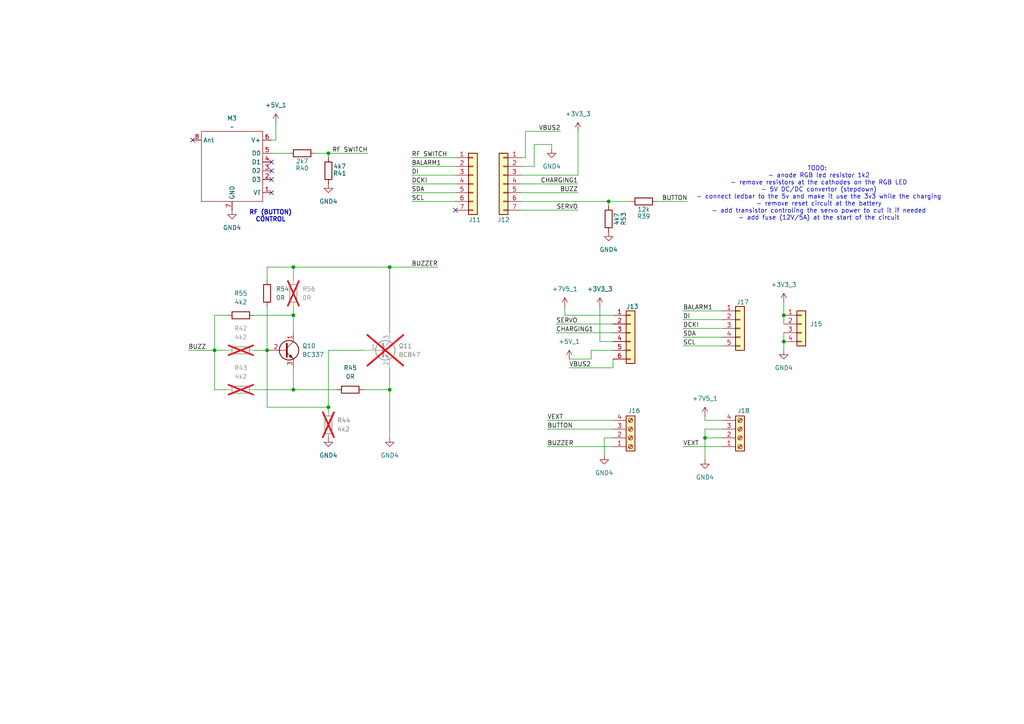
<source format=kicad_sch>
(kicad_sch (version 20241209) (generator "eeschema") (generator_version "9.0")
  (paper "A4")
  (lib_symbols
    (symbol "Connector:Screw_Terminal_01x04" (pin_names (offset 1.016) (hide yes))
      (property "Reference" "J" (at 0 5.08 0))
      (property "Value" "Screw_Terminal_01x04" (at 0 -7.62 0))
      (symbol "Screw_Terminal_01x04_1_1"
        (rectangle (start -1.27 3.81) (end 1.27 -6.35) (stroke (width 0.254)) (fill (type background)))
        (polyline (pts (xy -0.5334 2.8702) (xy 0.3302 2.032)) (stroke (width 0.1524)))
        (polyline (pts (xy -0.5334 0.3302) (xy 0.3302 -0.508)) (stroke (width 0.1524)))
        (polyline (pts (xy -0.5334 -2.2098) (xy 0.3302 -3.048)) (stroke (width 0.1524)))
        (polyline (pts (xy -0.5334 -4.7498) (xy 0.3302 -5.588)) (stroke (width 0.1524)))
        (polyline (pts (xy -0.3556 3.048) (xy 0.508 2.2098)) (stroke (width 0.1524)))
        (polyline (pts (xy -0.3556 0.508) (xy 0.508 -0.3302)) (stroke (width 0.1524)))
        (polyline (pts (xy -0.3556 -2.032) (xy 0.508 -2.8702)) (stroke (width 0.1524)))
        (polyline (pts (xy -0.3556 -4.572) (xy 0.508 -5.4102)) (stroke (width 0.1524)))
        (circle (center 0 2.54) (radius 0.635) (stroke (width 0.1524)))
        (circle (center 0 0) (radius 0.635) (stroke (width 0.1524)))
        (circle (center 0 -2.54) (radius 0.635) (stroke (width 0.1524)))
        (circle (center 0 -5.08) (radius 0.635) (stroke (width 0.1524)))
        (pin passive line (at -5.08 2.54 0) (length 3.81) (name "Pin_1") (number "1"))
        (pin passive line (at -5.08 0 0) (length 3.81) (name "Pin_2") (number "2"))
        (pin passive line (at -5.08 -2.54 0) (length 3.81) (name "Pin_3") (number "3"))
        (pin passive line (at -5.08 -5.08 0) (length 3.81) (name "Pin_4") (number "4"))
      )
    )
    (symbol "Connector_Generic:Conn_01x04" (pin_names (offset 1.016) (hide yes))
      (property "Reference" "J" (at 0 5.08 0))
      (property "Value" "Conn_01x04" (at 0 -7.62 0))
      (symbol "Conn_01x04_1_1"
        (rectangle (start -1.27 3.81) (end 1.27 -6.35) (stroke (width 0.254)) (fill (type background)))
        (rectangle (start -1.27 2.667) (end 0 2.413) (stroke (width 0.1524)))
        (rectangle (start -1.27 0.127) (end 0 -0.127) (stroke (width 0.1524)))
        (rectangle (start -1.27 -2.413) (end 0 -2.667) (stroke (width 0.1524)))
        (rectangle (start -1.27 -4.953) (end 0 -5.207) (stroke (width 0.1524)))
        (pin passive line (at -5.08 2.54 0) (length 3.81) (name "Pin_1") (number "1"))
        (pin passive line (at -5.08 0 0) (length 3.81) (name "Pin_2") (number "2"))
        (pin passive line (at -5.08 -2.54 0) (length 3.81) (name "Pin_3") (number "3"))
        (pin passive line (at -5.08 -5.08 0) (length 3.81) (name "Pin_4") (number "4"))
      )
    )
    (symbol "Connector_Generic:Conn_01x05" (pin_names (offset 1.016) (hide yes))
      (property "Reference" "J" (at 0 7.62 0))
      (property "Value" "Conn_01x05" (at 0 -7.62 0))
      (symbol "Conn_01x05_1_1"
        (rectangle (start -1.27 6.35) (end 1.27 -6.35) (stroke (width 0.254)) (fill (type background)))
        (rectangle (start -1.27 5.207) (end 0 4.953) (stroke (width 0.1524)))
        (rectangle (start -1.27 2.667) (end 0 2.413) (stroke (width 0.1524)))
        (rectangle (start -1.27 0.127) (end 0 -0.127) (stroke (width 0.1524)))
        (rectangle (start -1.27 -2.413) (end 0 -2.667) (stroke (width 0.1524)))
        (rectangle (start -1.27 -4.953) (end 0 -5.207) (stroke (width 0.1524)))
        (pin passive line (at -5.08 5.08 0) (length 3.81) (name "Pin_1") (number "1"))
        (pin passive line (at -5.08 2.54 0) (length 3.81) (name "Pin_2") (number "2"))
        (pin passive line (at -5.08 0 0) (length 3.81) (name "Pin_3") (number "3"))
        (pin passive line (at -5.08 -2.54 0) (length 3.81) (name "Pin_4") (number "4"))
        (pin passive line (at -5.08 -5.08 0) (length 3.81) (name "Pin_5") (number "5"))
      )
    )
    (symbol "Connector_Generic:Conn_01x06" (pin_names (offset 1.016) (hide yes))
      (property "Reference" "J" (at 0 7.62 0))
      (property "Value" "Conn_01x06" (at 0 -10.16 0))
      (symbol "Conn_01x06_1_1"
        (rectangle (start -1.27 6.35) (end 1.27 -8.89) (stroke (width 0.254)) (fill (type background)))
        (rectangle (start -1.27 5.207) (end 0 4.953) (stroke (width 0.1524)))
        (rectangle (start -1.27 2.667) (end 0 2.413) (stroke (width 0.1524)))
        (rectangle (start -1.27 0.127) (end 0 -0.127) (stroke (width 0.1524)))
        (rectangle (start -1.27 -2.413) (end 0 -2.667) (stroke (width 0.1524)))
        (rectangle (start -1.27 -4.953) (end 0 -5.207) (stroke (width 0.1524)))
        (rectangle (start -1.27 -7.493) (end 0 -7.747) (stroke (width 0.1524)))
        (pin passive line (at -5.08 5.08 0) (length 3.81) (name "Pin_1") (number "1"))
        (pin passive line (at -5.08 2.54 0) (length 3.81) (name "Pin_2") (number "2"))
        (pin passive line (at -5.08 0 0) (length 3.81) (name "Pin_3") (number "3"))
        (pin passive line (at -5.08 -2.54 0) (length 3.81) (name "Pin_4") (number "4"))
        (pin passive line (at -5.08 -5.08 0) (length 3.81) (name "Pin_5") (number "5"))
        (pin passive line (at -5.08 -7.62 0) (length 3.81) (name "Pin_6") (number "6"))
      )
    )
    (symbol "Connector_Generic:Conn_01x07" (pin_names (offset 1.016) (hide yes))
      (property "Reference" "J" (at 0 10.16 0))
      (property "Value" "Conn_01x07" (at 0 -10.16 0))
      (symbol "Conn_01x07_1_1"
        (rectangle (start -1.27 8.89) (end 1.27 -8.89) (stroke (width 0.254)) (fill (type background)))
        (rectangle (start -1.27 7.747) (end 0 7.493) (stroke (width 0.1524)))
        (rectangle (start -1.27 5.207) (end 0 4.953) (stroke (width 0.1524)))
        (rectangle (start -1.27 2.667) (end 0 2.413) (stroke (width 0.1524)))
        (rectangle (start -1.27 0.127) (end 0 -0.127) (stroke (width 0.1524)))
        (rectangle (start -1.27 -2.413) (end 0 -2.667) (stroke (width 0.1524)))
        (rectangle (start -1.27 -4.953) (end 0 -5.207) (stroke (width 0.1524)))
        (rectangle (start -1.27 -7.493) (end 0 -7.747) (stroke (width 0.1524)))
        (pin passive line (at -5.08 7.62 0) (length 3.81) (name "Pin_1") (number "1"))
        (pin passive line (at -5.08 5.08 0) (length 3.81) (name "Pin_2") (number "2"))
        (pin passive line (at -5.08 2.54 0) (length 3.81) (name "Pin_3") (number "3"))
        (pin passive line (at -5.08 0 0) (length 3.81) (name "Pin_4") (number "4"))
        (pin passive line (at -5.08 -2.54 0) (length 3.81) (name "Pin_5") (number "5"))
        (pin passive line (at -5.08 -5.08 0) (length 3.81) (name "Pin_6") (number "6"))
        (pin passive line (at -5.08 -7.62 0) (length 3.81) (name "Pin_7") (number "7"))
      )
    )
    (symbol "Device:R" (pin_numbers (hide yes)) (pin_names (offset 0))
      (property "Reference" "R" (at 2.032 0 90))
      (property "Value" "R" (at 0 0 90))
      (symbol "R_0_1"
        (rectangle (start -1.016 -2.54) (end 1.016 2.54) (stroke (width 0.254)))
      )
      (symbol "R_1_1"
        (pin passive line (at 0 3.81 270) (length 1.27) (name "~") (number "1"))
        (pin passive line (at 0 -3.81 90) (length 1.27) (name "~") (number "2"))
      )
    )
    (symbol "RF_controller_1"
      (property "Reference" "M" (at 0 0 0))
      (symbol "RF_controller_1_0_1"
        (rectangle (start -8.89 10.16) (end 8.89 -10.16))
      )
      (symbol "RF_controller_1_1_1"
        (pin input line (at -11.43 7.62 0) (length 2.54) (name "Ant") (number "8"))
        (pin passive line (at 0 -12.7 90) (length 2.54) (name "GND") (number "7"))
        (pin passive line (at 11.43 7.62 180) (length 2.54) (name "V+") (number "6"))
        (pin passive line (at 11.43 3.81 180) (length 2.54) (name "D0") (number "5"))
        (pin passive line (at 11.43 1.27 180) (length 2.54) (name "D1") (number "4"))
        (pin passive line (at 11.43 -1.27 180) (length 2.54) (name "D2") (number "3"))
        (pin passive line (at 11.43 -3.81 180) (length 2.54) (name "D3") (number "2"))
        (pin passive line (at 11.43 -7.62 180) (length 2.54) (name "VT") (number "1"))
      )
    )
    (symbol "Transistor_BJT:BC337" (pin_names (offset 0) (hide yes))
      (property "Reference" "Q" (at 5.08 1.905 0))
      (property "Value" "BC337" (at 5.08 0 0))
      (symbol "BC337_0_1"
        (polyline (pts (xy 0 0) (xy 0.635 0)))
        (polyline (pts (xy 0.635 1.905) (xy 0.635 -1.905) (xy 0.635 -1.905)) (stroke (width 0.508)))
        (polyline (pts (xy 0.635 0.635) (xy 2.54 2.54)))
        (polyline (pts (xy 0.635 -0.635) (xy 2.54 -2.54) (xy 2.54 -2.54)))
        (circle (center 1.27 0) (radius 2.8194) (stroke (width 0.254)))
        (polyline (pts (xy 1.27 -1.778) (xy 1.778 -1.27) (xy 2.286 -2.286) (xy 1.27 -1.778) (xy 1.27 -1.778)) (fill (type outline)))
      )
      (symbol "BC337_1_1"
        (pin input line (at -5.08 0 0) (length 5.08) (name "B") (number "2"))
        (pin passive line (at 2.54 5.08 270) (length 2.54) (name "C") (number "1"))
        (pin passive line (at 2.54 -5.08 90) (length 2.54) (name "E") (number "3"))
      )
    )
    (symbol "Transistor_BJT:BC847" (pin_names (offset 0) (hide yes))
      (property "Reference" "Q" (at 5.08 1.905 0))
      (property "Value" "BC847" (at 5.08 0 0))
      (symbol "BC847_0_1"
        (polyline (pts (xy 0.635 1.905) (xy 0.635 -1.905) (xy 0.635 -1.905)) (stroke (width 0.508)))
        (polyline (pts (xy 0.635 0.635) (xy 2.54 2.54)))
        (polyline (pts (xy 0.635 -0.635) (xy 2.54 -2.54) (xy 2.54 -2.54)))
        (circle (center 1.27 0) (radius 2.8194) (stroke (width 0.254)))
        (polyline (pts (xy 1.27 -1.778) (xy 1.778 -1.27) (xy 2.286 -2.286) (xy 1.27 -1.778) (xy 1.27 -1.778)) (fill (type outline)))
      )
      (symbol "BC847_1_1"
        (pin input line (at -5.08 0 0) (length 5.715) (name "B") (number "1"))
        (pin passive line (at 2.54 5.08 270) (length 2.54) (name "C") (number "3"))
        (pin passive line (at 2.54 -5.08 90) (length 2.54) (name "E") (number "2"))
      )
    )
    (symbol "power:+3V3" (power) (pin_numbers (hide yes)) (pin_names (offset 0) (hide yes))
      (property "Value" "+3V3" (at 0 3.556 0))
      (symbol "+3V3_0_1"
        (polyline (pts (xy -0.762 1.27) (xy 0 2.54)))
        (polyline (pts (xy 0 2.54) (xy 0.762 1.27)))
        (polyline (pts (xy 0 0) (xy 0 2.54)))
      )
      (symbol "+3V3_1_1"
        (pin power_in line (at 0 0 90) (length 0) (name "~") (number "1"))
      )
    )
    (symbol "power:+5V" (power) (pin_numbers (hide yes)) (pin_names (offset 0) (hide yes))
      (property "Value" "+5V" (at 0 3.556 0))
      (symbol "+5V_0_1"
        (polyline (pts (xy -0.762 1.27) (xy 0 2.54)))
        (polyline (pts (xy 0 2.54) (xy 0.762 1.27)))
        (polyline (pts (xy 0 0) (xy 0 2.54)))
      )
      (symbol "+5V_1_1"
        (pin power_in line (at 0 0 90) (length 0) (name "~") (number "1"))
      )
    )
    (symbol "power:GND" (power) (pin_numbers (hide yes)) (pin_names (offset 0) (hide yes))
      (property "Value" "GND" (at 0 -3.81 0))
      (symbol "GND_0_1"
        (polyline (pts (xy 0 0) (xy 0 -1.27) (xy 1.27 -1.27) (xy 0 -2.54) (xy -1.27 -1.27) (xy 0 -1.27)))
      )
      (symbol "GND_1_1"
        (pin power_in line (at 0 0 270) (length 0) (name "~") (number "1"))
      )
    )
  )
  (text "RF (BUTTON)\nCONTROL\n" (at 78.486 62.738 0) (effects (font (size 1.27 1.27) (thickness 0.254) (bold yes))))
  (text "TODO: \n- anode RGB led resistor 1k2\n- remove resistors at the cathodes on the RGB LED\n- 5V DC/DC convertor (stepdown)\n- connect ledbar to the 5v and make it use the 3v3 while the charging\n- remove reset circuit at the battery\n- add transistor controling the servo power to cut it if needed\n- add fuse (12V/5A) at the start of the circuit" (at 237.49 56.134 0) (effects (font (size 1.27 1.27))))
  (junction (at 85.09 91.44))
  (junction (at 95.25 44.45))
  (junction (at 77.47 101.6))
  (junction (at 62.23 101.6))
  (junction (at 227.33 99.06))
  (junction (at 85.09 77.47))
  (junction (at 113.03 113.03))
  (junction (at 227.33 91.44))
  (junction (at 204.47 127))
  (junction (at 85.09 113.03))
  (junction (at 113.03 77.47))
  (junction (at 176.53 58.42))
  (junction (at 95.25 118.11))
  (no_connect (at 78.74 49.53))
  (no_connect (at 132.08 60.96))
  (no_connect (at 78.74 52.07))
  (no_connect (at 55.88 40.64))
  (no_connect (at 78.74 55.88))
  (no_connect (at 78.74 46.99))
  (wire (pts (xy 198.12 95.25) (xy 209.55 95.25)))
  (wire (pts (xy 171.45 104.14) (xy 171.45 101.6)))
  (wire (pts (xy 113.03 106.68) (xy 113.03 113.03)))
  (wire (pts (xy 158.75 124.46) (xy 177.8 124.46)))
  (wire (pts (xy 62.23 113.03) (xy 62.23 101.6)))
  (wire (pts (xy 176.53 58.42) (xy 176.53 59.69)))
  (wire (pts (xy 113.03 77.47) (xy 113.03 96.52)))
  (wire (pts (xy 113.03 77.47) (xy 127 77.47)))
  (wire (pts (xy 167.64 50.8) (xy 151.13 50.8)))
  (wire (pts (xy 95.25 101.6) (xy 95.25 118.11)))
  (wire (pts (xy 85.09 106.68) (xy 85.09 113.03)))
  (wire (pts (xy 151.13 55.88) (xy 167.64 55.88)))
  (wire (pts (xy 85.09 77.47) (xy 85.09 81.28)))
  (wire (pts (xy 80.01 35.56) (xy 80.01 40.64)))
  (wire (pts (xy 198.12 100.33) (xy 209.55 100.33)))
  (wire (pts (xy 161.29 96.52) (xy 177.8 96.52)))
  (wire (pts (xy 95.25 44.45) (xy 106.68 44.45)))
  (wire (pts (xy 119.38 53.34) (xy 132.08 53.34)))
  (wire (pts (xy 160.02 41.91) (xy 160.02 43.18)))
  (wire (pts (xy 173.99 88.9) (xy 173.99 99.06)))
  (wire (pts (xy 204.47 124.46) (xy 204.47 127)))
  (wire (pts (xy 204.47 127) (xy 209.55 127)))
  (wire (pts (xy 177.8 106.68) (xy 177.8 104.14)))
  (wire (pts (xy 77.47 118.11) (xy 77.47 101.6)))
  (wire (pts (xy 73.66 101.6) (xy 77.47 101.6)))
  (wire (pts (xy 119.38 58.42) (xy 132.08 58.42)))
  (wire (pts (xy 151.13 58.42) (xy 176.53 58.42)))
  (wire (pts (xy 54.61 101.6) (xy 62.23 101.6)))
  (wire (pts (xy 85.09 91.44) (xy 85.09 96.52)))
  (wire (pts (xy 163.83 91.44) (xy 177.8 91.44)))
  (wire (pts (xy 83.82 44.45) (xy 78.74 44.45)))
  (wire (pts (xy 165.1 106.68) (xy 177.8 106.68)))
  (wire (pts (xy 77.47 81.28) (xy 77.47 77.47)))
  (wire (pts (xy 152.4 45.72) (xy 151.13 45.72)))
  (wire (pts (xy 176.53 58.42) (xy 182.88 58.42)))
  (wire (pts (xy 73.66 113.03) (xy 85.09 113.03)))
  (wire (pts (xy 119.38 50.8) (xy 132.08 50.8)))
  (wire (pts (xy 198.12 97.79) (xy 209.55 97.79)))
  (wire (pts (xy 154.94 48.26) (xy 154.94 41.91)))
  (wire (pts (xy 119.38 55.88) (xy 132.08 55.88)))
  (wire (pts (xy 66.04 113.03) (xy 62.23 113.03)))
  (wire (pts (xy 173.99 99.06) (xy 177.8 99.06)))
  (wire (pts (xy 204.47 127) (xy 204.47 133.35)))
  (wire (pts (xy 151.13 60.96) (xy 167.64 60.96)))
  (wire (pts (xy 62.23 91.44) (xy 62.23 101.6)))
  (wire (pts (xy 80.01 40.64) (xy 78.74 40.64)))
  (wire (pts (xy 85.09 88.9) (xy 85.09 91.44)))
  (wire (pts (xy 151.13 48.26) (xy 154.94 48.26)))
  (wire (pts (xy 163.83 88.9) (xy 163.83 91.44)))
  (wire (pts (xy 85.09 113.03) (xy 97.79 113.03)))
  (wire (pts (xy 113.03 113.03) (xy 113.03 127)))
  (wire (pts (xy 158.75 129.54) (xy 177.8 129.54)))
  (wire (pts (xy 77.47 77.47) (xy 85.09 77.47)))
  (wire (pts (xy 154.94 41.91) (xy 160.02 41.91)))
  (wire (pts (xy 66.04 91.44) (xy 62.23 91.44)))
  (wire (pts (xy 152.4 38.1) (xy 152.4 45.72)))
  (wire (pts (xy 227.33 91.44) (xy 227.33 93.98)))
  (wire (pts (xy 175.26 127) (xy 177.8 127)))
  (wire (pts (xy 158.75 121.92) (xy 177.8 121.92)))
  (wire (pts (xy 105.41 113.03) (xy 113.03 113.03)))
  (wire (pts (xy 73.66 91.44) (xy 85.09 91.44)))
  (wire (pts (xy 227.33 99.06) (xy 227.33 101.6)))
  (wire (pts (xy 152.4 38.1) (xy 162.56 38.1)))
  (wire (pts (xy 85.09 77.47) (xy 113.03 77.47)))
  (wire (pts (xy 204.47 120.65) (xy 204.47 121.92)))
  (wire (pts (xy 227.33 96.52) (xy 227.33 99.06)))
  (wire (pts (xy 175.26 132.08) (xy 175.26 127)))
  (wire (pts (xy 198.12 129.54) (xy 209.55 129.54)))
  (wire (pts (xy 119.38 48.26) (xy 132.08 48.26)))
  (wire (pts (xy 119.38 45.72) (xy 132.08 45.72)))
  (wire (pts (xy 204.47 121.92) (xy 209.55 121.92)))
  (wire (pts (xy 167.64 38.1) (xy 167.64 50.8)))
  (wire (pts (xy 66.04 101.6) (xy 62.23 101.6)))
  (wire (pts (xy 209.55 124.46) (xy 204.47 124.46)))
  (wire (pts (xy 77.47 88.9) (xy 77.47 101.6)))
  (wire (pts (xy 95.25 45.72) (xy 95.25 44.45)))
  (wire (pts (xy 198.12 92.71) (xy 209.55 92.71)))
  (wire (pts (xy 95.25 44.45) (xy 91.44 44.45)))
  (wire (pts (xy 95.25 101.6) (xy 105.41 101.6)))
  (wire (pts (xy 190.5 58.42) (xy 199.39 58.42)))
  (wire (pts (xy 151.13 53.34) (xy 167.64 53.34)))
  (wire (pts (xy 198.12 90.17) (xy 209.55 90.17)))
  (wire (pts (xy 95.25 118.11) (xy 95.25 119.38)))
  (wire (pts (xy 165.1 104.14) (xy 171.45 104.14)))
  (wire (pts (xy 77.47 118.11) (xy 95.25 118.11)))
  (wire (pts (xy 171.45 101.6) (xy 177.8 101.6)))
  (wire (pts (xy 161.29 93.98) (xy 177.8 93.98)))
  (wire (pts (xy 227.33 87.63) (xy 227.33 91.44)))
  (label "BUTTON" (at 158.75 124.46 0))
  (label "SCL" (at 198.12 100.33 0))
  (label "RF SWITCH" (at 119.38 45.72 0))
  (label "BUZZER" (at 158.75 129.54 0))
  (label "CHARGING1" (at 167.64 53.34 180))
  (label "CHARGING1" (at 161.29 96.52 0))
  (label "BALARM1" (at 119.38 48.26 0))
  (label "SERVO" (at 167.64 60.96 180))
  (label "VEXT" (at 198.12 129.54 0))
  (label "VEXT" (at 158.75 121.92 0))
  (label "VBUS2" (at 165.1 106.68 0))
  (label "SDA" (at 198.12 97.79 0))
  (label "RF SWITCH" (at 106.68 44.45 180))
  (label "DI" (at 198.12 92.71 0))
  (label "BUZZ" (at 54.61 101.6 0))
  (label "DI" (at 119.38 50.8 0))
  (label "DCKI" (at 198.12 95.25 0))
  (label "SDA" (at 119.38 55.88 0))
  (label "SERVO" (at 161.29 93.98 0))
  (label "DCKI" (at 119.38 53.34 0))
  (label "BUZZ" (at 167.64 55.88 180))
  (label "SCL" (at 119.38 58.42 0))
  (label "BALARM1" (at 198.12 90.17 0))
  (label "BUTTON" (at 199.39 58.42 180))
  (label "VBUS2" (at 162.56 38.1 180))
  (label "BUZZER" (at 127 77.47 180))
  (symbol (lib_id "power:+3V3") (at 163.83 88.9 0) (unit 1)
    (property "Reference" "#PWR060" (effects (hide yes)))
    (property "Value" "+7V5_1" (at 163.83 83.82 0))
    (property "Description" "Power symbol creates a global label with name \"+3V3\"" (effects (hide yes)))
  )
  (symbol (lib_id "power:GND") (at 175.26 132.08 0) (unit 1)
    (property "Reference" "#PWR056" (effects (hide yes)))
    (property "Value" "GND4" (at 175.26 137.16 0))
    (property "Description" "Power symbol creates a global label with name \"GND\" , ground" (effects (hide yes)))
  )
  (symbol (lib_id "Device:R") (at 69.85 113.03 90) (unit 1) (dnp yes)
    (property "Reference" "R43" (at 69.85 106.68 90))
    (property "Value" "4k2" (at 69.85 109.22 90))
    (property "Footprint" "Resistor_SMD:R_0805_2012Metric_Pad1.20x1.40mm_HandSolder" (effects (hide yes)))
    (property "Description" "Resistor" (effects (hide yes)))
  )
  (symbol (lib_id "Connector_Generic:Conn_01x06") (at 182.88 96.52 0) (unit 1)
    (property "Reference" "J13" (at 181.61 88.9 0) (effects (justify left)))
    (property "Value" "Conn_01x06" (effects (hide yes)))
    (property "Footprint" "Connector_PinHeader_2.54mm:PinHeader_1x06_P2.54mm_Vertical_SMD_Pin1Left" (effects (hide yes)))
    (property "Description" "Generic connector, single row, 01x06, script generated (kicad-library-utils/schlib/autogen/connector/)" (effects (hide yes)))
  )
  (symbol (lib_id "Device:R") (at 186.69 58.42 270) (mirror x) (unit 1)
    (property "Reference" "R39" (at 186.69 62.738 90))
    (property "Value" "12k" (at 186.69 60.706 90))
    (property "Footprint" "Resistor_SMD:R_0805_2012Metric_Pad1.20x1.40mm_HandSolder" (effects (hide yes)))
    (property "Description" "Resistor" (effects (hide yes)))
  )
  (symbol (lib_id "power:GND") (at 204.47 133.35 0) (unit 1)
    (property "Reference" "#PWR054" (effects (hide yes)))
    (property "Value" "GND4" (at 204.47 138.43 0))
    (property "Description" "Power symbol creates a global label with name \"GND\" , ground" (effects (hide yes)))
  )
  (symbol (lib_id "Connector:Screw_Terminal_01x04") (at 214.63 127 0) (mirror x) (unit 1)
    (property "Reference" "J18" (at 213.868 119.126 0) (effects (justify left)))
    (property "Value" "Screw_Terminal_01x04" (effects (hide yes)))
    (property "Footprint" "TerminalBlock_Phoenix:TerminalBlock_Phoenix_MPT-0,5-4-2.54_1x04_P2.54mm_Horizontal" (effects (hide yes)))
    (property "Description" "Generic screw terminal, single row, 01x04, script generated (kicad-library-utils/schlib/autogen/connector/)" (effects (hide yes)))
  )
  (symbol (lib_id "power:GND") (at 67.31 60.96 0) (unit 1)
    (property "Reference" "#PWR040" (effects (hide yes)))
    (property "Value" "GND4" (at 67.31 66.04 0))
    (property "Description" "Power symbol creates a global label with name \"GND\" , ground" (effects (hide yes)))
  )
  (symbol (lib_id "Device:R") (at 95.25 49.53 0) (mirror x) (unit 1)
    (property "Reference" "R41" (at 98.552 50.292 0))
    (property "Value" "4k7" (at 98.552 48.26 0))
    (property "Footprint" "Resistor_SMD:R_0805_2012Metric_Pad1.20x1.40mm_HandSolder" (effects (hide yes)))
    (property "Description" "Resistor" (effects (hide yes)))
  )
  (symbol (lib_id "Connector_Generic:Conn_01x07") (at 146.05 53.34 0) (mirror y) (unit 1)
    (property "Reference" "J12" (at 146.05 63.754 0))
    (property "Value" "Conn_01x07" (effects (hide yes)))
    (property "Footprint" "Connector_PinSocket_2.54mm:PinSocket_1x07_P2.54mm_Vertical_SMD_Pin1Left" (effects (hide yes)))
    (property "Description" "Generic connector, single row, 01x07, script generated (kicad-library-utils/schlib/autogen/connector/)" (effects (hide yes)))
  )
  (symbol (lib_id "power:GND") (at 95.25 53.34 0) (unit 1)
    (property "Reference" "#PWR042" (effects (hide yes)))
    (property "Value" "GND4" (at 95.25 58.42 0))
    (property "Description" "Power symbol creates a global label with name \"GND\" , ground" (effects (hide yes)))
  )
  (symbol (lib_id "Connector_Generic:Conn_01x04") (at 232.41 93.98 0) (unit 1)
    (property "Reference" "J15" (at 234.95 93.9799 0) (effects (justify left)))
    (property "Value" "Conn_01x04" (effects (hide yes)))
    (property "Footprint" "Connector_PinHeader_2.54mm:PinHeader_1x04_P2.54mm_Vertical_SMD_Pin1Left" (effects (hide yes)))
    (property "Description" "Generic connector, single row, 01x04, script generated (kicad-library-utils/schlib/autogen/connector/)" (effects (hide yes)))
  )
  (symbol (lib_id "Device:R") (at 95.25 123.19 180) (unit 1) (dnp yes)
    (property "Reference" "R44" (at 97.79 121.9199 0) (effects (justify right)))
    (property "Value" "4k2" (at 97.79 124.4599 0) (effects (justify right)))
    (property "Footprint" "Resistor_SMD:R_0805_2012Metric_Pad1.20x1.40mm_HandSolder" (effects (hide yes)))
    (property "Description" "Resistor" (effects (hide yes)))
  )
  (symbol (lib_id "power:+3V3") (at 204.47 120.65 0) (unit 1)
    (property "Reference" "#PWR059" (effects (hide yes)))
    (property "Value" "+7V5_1" (at 204.47 115.57 0))
    (property "Description" "Power symbol creates a global label with name \"+3V3\"" (effects (hide yes)))
  )
  (symbol (lib_id "Connector_Generic:Conn_01x07") (at 137.16 53.34 0) (unit 1)
    (property "Reference" "J11" (at 135.89 63.754 0) (effects (justify left)))
    (property "Value" "Conn_01x07" (effects (hide yes)))
    (property "Footprint" "Connector_PinSocket_2.54mm:PinSocket_1x07_P2.54mm_Vertical_SMD_Pin1Left" (effects (hide yes)))
    (property "Description" "Generic connector, single row, 01x07, script generated (kicad-library-utils/schlib/autogen/connector/)" (effects (hide yes)))
  )
  (symbol (lib_id "power:+5V") (at 165.1 104.14 0) (unit 1)
    (property "Reference" "#PWR053" (effects (hide yes)))
    (property "Value" "+5V_1" (at 165.1 99.06 0))
    (property "Description" "Power symbol creates a global label with name \"+5V\"" (effects (hide yes)))
  )
  (symbol (lib_id "Device:R") (at 87.63 44.45 270) (mirror x) (unit 1)
    (property "Reference" "R40" (at 87.63 48.768 90))
    (property "Value" "2k7" (at 87.63 46.736 90))
    (property "Footprint" "Resistor_SMD:R_0805_2012Metric_Pad1.20x1.40mm_HandSolder" (effects (hide yes)))
    (property "Description" "Resistor" (effects (hide yes)))
  )
  (symbol (lib_id "Device:R") (at 176.53 63.5 0) (mirror y) (unit 1)
    (property "Reference" "R53" (at 180.848 63.5 90))
    (property "Value" "4k7" (at 178.816 63.5 90))
    (property "Footprint" "Resistor_SMD:R_0805_2012Metric_Pad1.20x1.40mm_HandSolder" (effects (hide yes)))
    (property "Description" "Resistor" (effects (hide yes)))
  )
  (symbol (lib_id "power:+5V") (at 80.01 35.56 0) (unit 1)
    (property "Reference" "#PWR041" (effects (hide yes)))
    (property "Value" "+5V_1" (at 80.01 30.48 0))
    (property "Description" "Power symbol creates a global label with name \"+5V\"" (effects (hide yes)))
  )
  (symbol (lib_id "power:+3V3") (at 167.64 38.1 0) (unit 1)
    (property "Reference" "#PWR046" (effects (hide yes)))
    (property "Value" "+3V3_3" (at 167.64 33.02 0))
    (property "Description" "Power symbol creates a global label with name \"+3V3\"" (effects (hide yes)))
  )
  (symbol (lib_id "Device:R") (at 101.6 113.03 270) (unit 1)
    (property "Reference" "R45" (at 101.6 106.68 90))
    (property "Value" "0R" (at 101.6 109.22 90))
    (property "Footprint" "Resistor_SMD:R_0805_2012Metric_Pad1.20x1.40mm_HandSolder" (effects (hide yes)))
    (property "Description" "Resistor" (effects (hide yes)))
  )
  (symbol (lib_id "Device:R") (at 69.85 101.6 90) (unit 1) (dnp yes)
    (property "Reference" "R42" (at 69.85 95.25 90))
    (property "Value" "4k2" (at 69.85 97.79 90))
    (property "Footprint" "Resistor_SMD:R_0805_2012Metric_Pad1.20x1.40mm_HandSolder" (effects (hide yes)))
    (property "Description" "Resistor" (effects (hide yes)))
  )
  (symbol (lib_id "Transistor_BJT:BC847") (at 110.49 101.6 0) (unit 1) (dnp yes)
    (property "Reference" "Q11" (at 115.57 100.3299 0) (effects (justify left)))
    (property "Value" "BC847" (at 115.57 102.8699 0) (effects (justify left)))
    (property "Footprint" "Package_TO_SOT_SMD:SOT-23" (effects (hide yes)))
    (property "Datasheet" "http://www.infineon.com/dgdl/Infineon-BC847SERIES_BC848SERIES_BC849SERIES_BC850SERIES-DS-v01_01-en.pdf?fileId=db3a304314dca389011541d4630a1657" (effects (hide yes)))
    (property "Description" "0.1A Ic, 45V Vce, NPN Transistor, SOT-23" (effects (hide yes)))
  )
  (symbol (lib_id "Device:R") (at 85.09 85.09 180) (unit 1) (dnp yes)
    (property "Reference" "R56" (at 87.63 83.8199 0) (effects (justify right)))
    (property "Value" "0R" (at 87.63 86.3599 0) (effects (justify right)))
    (property "Footprint" "Resistor_SMD:R_0805_2012Metric_Pad1.20x1.40mm_HandSolder" (effects (hide yes)))
    (property "Description" "Resistor" (effects (hide yes)))
  )
  (symbol (lib_id "power:GND") (at 227.33 101.6 0) (unit 1)
    (property "Reference" "#PWR057" (effects (hide yes)))
    (property "Value" "GND4" (at 227.33 106.68 0))
    (property "Description" "Power symbol creates a global label with name \"GND\" , ground" (effects (hide yes)))
  )
  (symbol (lib_id "power:GND") (at 176.53 67.31 0) (unit 1)
    (property "Reference" "#PWR055" (effects (hide yes)))
    (property "Value" "GND4" (at 176.53 72.39 0))
    (property "Description" "Power symbol creates a global label with name \"GND\" , ground" (effects (hide yes)))
  )
  (symbol (lib_id "Device:R") (at 77.47 85.09 180) (unit 1)
    (property "Reference" "R54" (at 80.01 83.8199 0) (effects (justify right)))
    (property "Value" "0R" (at 80.01 86.3599 0) (effects (justify right)))
    (property "Footprint" "Resistor_SMD:R_0805_2012Metric_Pad1.20x1.40mm_HandSolder" (effects (hide yes)))
    (property "Description" "Resistor" (effects (hide yes)))
  )
  (symbol (lib_id "Transistor_BJT:BC337") (at 82.55 101.6 0) (unit 1)
    (property "Reference" "Q10" (at 87.63 100.3299 0) (effects (justify left)))
    (property "Value" "BC337" (at 87.63 102.8699 0) (effects (justify left)))
    (property "Footprint" "Package_TO_SOT_THT:TO-92_Inline" (effects (hide yes)))
    (property "Datasheet" "https://diotec.com/tl_files/diotec/files/pdf/datasheets/bc337.pdf" (effects (hide yes)))
    (property "Description" "0.8A Ic, 45V Vce, NPN Transistor, TO-92" (effects (hide yes)))
  )
  (symbol (lib_id "power:+3V3") (at 173.99 88.9 0) (unit 1)
    (property "Reference" "#PWR062" (effects (hide yes)))
    (property "Value" "+3V3_3" (at 173.99 83.82 0))
    (property "Description" "Power symbol creates a global label with name \"+3V3\"" (effects (hide yes)))
  )
  (symbol (lib_id "power:GND") (at 160.02 43.18 0) (unit 1)
    (property "Reference" "#PWR045" (effects (hide yes)))
    (property "Value" "GND4" (at 160.02 48.26 0))
    (property "Description" "Power symbol creates a global label with name \"GND\" , ground" (effects (hide yes)))
  )
  (symbol (lib_id "power:GND") (at 113.03 127 0) (unit 1)
    (property "Reference" "#PWR044" (effects (hide yes)))
    (property "Value" "GND4" (at 113.03 132.08 0))
    (property "Description" "Power symbol creates a global label with name \"GND\" , ground" (effects (hide yes)))
  )
  (symbol (lib_id "Device:R") (at 69.85 91.44 270) (unit 1)
    (property "Reference" "R55" (at 69.85 85.09 90))
    (property "Value" "4k2" (at 69.85 87.63 90))
    (property "Footprint" "Resistor_SMD:R_0805_2012Metric_Pad1.20x1.40mm_HandSolder" (effects (hide yes)))
    (property "Description" "Resistor" (effects (hide yes)))
  )
  (symbol (lib_id "power:+3V3") (at 227.33 87.63 0) (unit 1)
    (property "Reference" "#PWR050" (effects (hide yes)))
    (property "Value" "+3V3_3" (at 227.33 82.55 0))
    (property "Description" "Power symbol creates a global label with name \"+3V3\"" (effects (hide yes)))
  )
  (symbol (lib_id "Connector:Screw_Terminal_01x04") (at 182.88 127 0) (mirror x) (unit 1)
    (property "Reference" "J16" (at 182.118 119.126 0) (effects (justify left)))
    (property "Value" "Screw_Terminal_01x04" (effects (hide yes)))
    (property "Footprint" "TerminalBlock_Phoenix:TerminalBlock_Phoenix_MPT-0,5-4-2.54_1x04_P2.54mm_Horizontal" (effects (hide yes)))
    (property "Description" "Generic screw terminal, single row, 01x04, script generated (kicad-library-utils/schlib/autogen/connector/)" (effects (hide yes)))
  )
  (symbol (lib_id "Connector_Generic:Conn_01x05") (at 214.63 95.25 0) (unit 1)
    (property "Reference" "J17" (at 213.614 87.63 0) (effects (justify left)))
    (property "Value" "Conn_01x05" (effects (hide yes)))
    (property "Footprint" "Connector_PinHeader_2.54mm:PinHeader_1x05_P2.54mm_Vertical_SMD_Pin1Left" (effects (hide yes)))
    (property "Description" "Generic connector, single row, 01x05, script generated (kicad-library-utils/schlib/autogen/connector/)" (effects (hide yes)))
  )
  (symbol (lib_name "RF_controller_1") (lib_id "chinese_modules:RF_controller") (at 67.31 48.26 0) (unit 1)
    (property "Reference" "M3" (at 67.31 34.29 0))
    (property "Value" "~" (at 67.31 36.83 0))
    (property "Footprint" "chinese_modules:RF_controller" (effects (hide yes)))
  )
  (symbol (lib_id "power:GND") (at 95.25 127 0) (unit 1)
    (property "Reference" "#PWR043" (effects (hide yes)))
    (property "Value" "GND4" (at 95.25 132.08 0))
    (property "Description" "Power symbol creates a global label with name \"GND\" , ground" (effects (hide yes)))
  )
)
</source>
